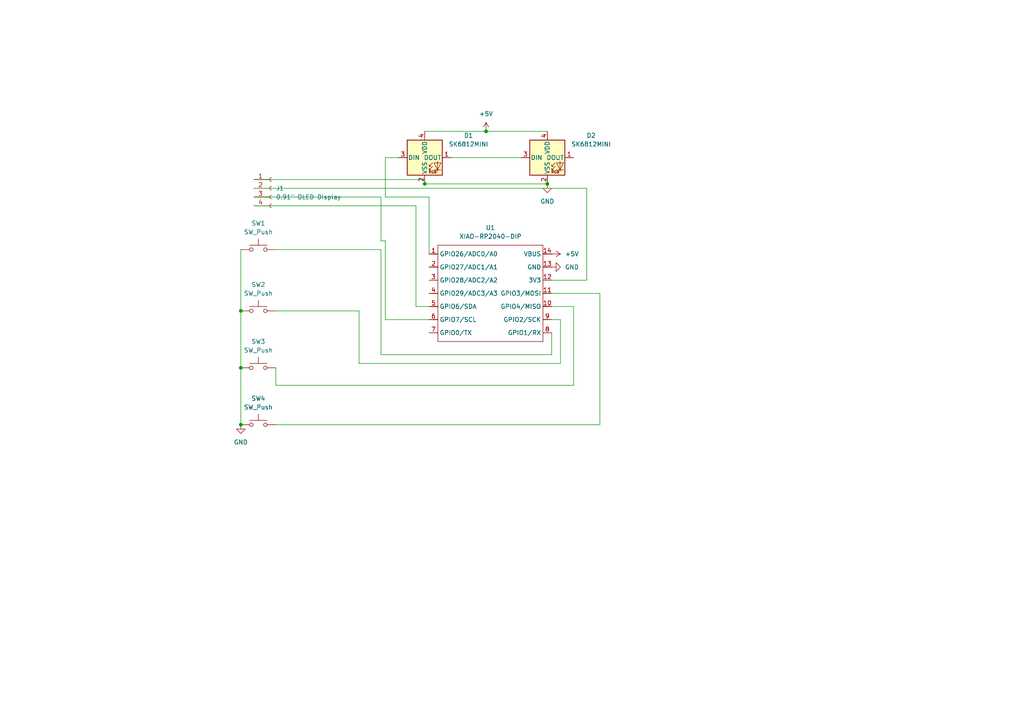
<source format=kicad_sch>
(kicad_sch
	(version 20250114)
	(generator "eeschema")
	(generator_version "9.0")
	(uuid "aa0fd727-bff7-4cf0-b645-6b28137e33c5")
	(paper "A4")
	(lib_symbols
		(symbol "Connector:Conn_01x04_Socket"
			(pin_names
				(offset 1.016)
				(hide yes)
			)
			(exclude_from_sim no)
			(in_bom yes)
			(on_board yes)
			(property "Reference" "J1"
				(at 1.27 0.0001 0)
				(effects
					(font
						(size 1.27 1.27)
					)
					(justify left)
				)
			)
			(property "Value" "0.91\" OLED Display"
				(at 1.27 -2.5399 0)
				(effects
					(font
						(size 1.27 1.27)
					)
					(justify left)
				)
			)
			(property "Footprint" ""
				(at 0 0 0)
				(effects
					(font
						(size 1.27 1.27)
					)
					(hide yes)
				)
			)
			(property "Datasheet" "~"
				(at 0 0 0)
				(effects
					(font
						(size 1.27 1.27)
					)
					(hide yes)
				)
			)
			(property "Description" "Generic connector, single row, 01x04, script generated"
				(at 0 0 0)
				(effects
					(font
						(size 1.27 1.27)
					)
					(hide yes)
				)
			)
			(property "ki_locked" ""
				(at 0 0 0)
				(effects
					(font
						(size 1.27 1.27)
					)
				)
			)
			(property "ki_keywords" "connector"
				(at 0 0 0)
				(effects
					(font
						(size 1.27 1.27)
					)
					(hide yes)
				)
			)
			(property "ki_fp_filters" "Connector*:*_1x??_*"
				(at 0 0 0)
				(effects
					(font
						(size 1.27 1.27)
					)
					(hide yes)
				)
			)
			(symbol "Conn_01x04_Socket_1_1"
				(polyline
					(pts
						(xy -1.27 2.54) (xy -0.508 2.54)
					)
					(stroke
						(width 0.1524)
						(type default)
					)
					(fill
						(type none)
					)
				)
				(polyline
					(pts
						(xy -1.27 0) (xy -0.508 0)
					)
					(stroke
						(width 0.1524)
						(type default)
					)
					(fill
						(type none)
					)
				)
				(polyline
					(pts
						(xy -1.27 -2.54) (xy -0.508 -2.54)
					)
					(stroke
						(width 0.1524)
						(type default)
					)
					(fill
						(type none)
					)
				)
				(polyline
					(pts
						(xy -1.27 -5.08) (xy -0.508 -5.08)
					)
					(stroke
						(width 0.1524)
						(type default)
					)
					(fill
						(type none)
					)
				)
				(arc
					(start 0 2.032)
					(mid -0.5058 2.54)
					(end 0 3.048)
					(stroke
						(width 0.1524)
						(type default)
					)
					(fill
						(type none)
					)
				)
				(arc
					(start 0 -0.508)
					(mid -0.5058 0)
					(end 0 0.508)
					(stroke
						(width 0.1524)
						(type default)
					)
					(fill
						(type none)
					)
				)
				(arc
					(start 0 -3.048)
					(mid -0.5058 -2.54)
					(end 0 -2.032)
					(stroke
						(width 0.1524)
						(type default)
					)
					(fill
						(type none)
					)
				)
				(arc
					(start 0 -5.588)
					(mid -0.5058 -5.08)
					(end 0 -4.572)
					(stroke
						(width 0.1524)
						(type default)
					)
					(fill
						(type none)
					)
				)
				(pin passive line
					(at -5.08 2.54 0)
					(length 3.81)
					(name "GND"
						(effects
							(font
								(size 1.27 1.27)
							)
						)
					)
					(number "1"
						(effects
							(font
								(size 1.27 1.27)
							)
						)
					)
				)
				(pin input line
					(at -5.08 0 0)
					(length 3.81)
					(name "VCC"
						(effects
							(font
								(size 1.27 1.27)
							)
						)
					)
					(number "2"
						(effects
							(font
								(size 1.27 1.27)
							)
						)
					)
				)
				(pin passive line
					(at -5.08 -2.54 0)
					(length 3.81)
					(name "SCL"
						(effects
							(font
								(size 1.27 1.27)
							)
						)
					)
					(number "3"
						(effects
							(font
								(size 1.27 1.27)
							)
						)
					)
				)
				(pin passive line
					(at -5.08 -5.08 0)
					(length 3.81)
					(name "SDA"
						(effects
							(font
								(size 1.27 1.27)
							)
						)
					)
					(number "4"
						(effects
							(font
								(size 1.27 1.27)
							)
						)
					)
				)
			)
			(embedded_fonts no)
		)
		(symbol "LED:SK6812MINI"
			(pin_names
				(offset 0.254)
			)
			(exclude_from_sim no)
			(in_bom yes)
			(on_board yes)
			(property "Reference" "D"
				(at 5.08 5.715 0)
				(effects
					(font
						(size 1.27 1.27)
					)
					(justify right bottom)
				)
			)
			(property "Value" "SK6812MINI"
				(at 1.27 -5.715 0)
				(effects
					(font
						(size 1.27 1.27)
					)
					(justify left top)
				)
			)
			(property "Footprint" "LED_SMD:LED_SK6812MINI_PLCC4_3.5x3.5mm_P1.75mm"
				(at 1.27 -7.62 0)
				(effects
					(font
						(size 1.27 1.27)
					)
					(justify left top)
					(hide yes)
				)
			)
			(property "Datasheet" "https://cdn-shop.adafruit.com/product-files/2686/SK6812MINI_REV.01-1-2.pdf"
				(at 2.54 -9.525 0)
				(effects
					(font
						(size 1.27 1.27)
					)
					(justify left top)
					(hide yes)
				)
			)
			(property "Description" "RGB LED with integrated controller"
				(at 0 0 0)
				(effects
					(font
						(size 1.27 1.27)
					)
					(hide yes)
				)
			)
			(property "ki_keywords" "RGB LED NeoPixel Mini addressable"
				(at 0 0 0)
				(effects
					(font
						(size 1.27 1.27)
					)
					(hide yes)
				)
			)
			(property "ki_fp_filters" "LED*SK6812MINI*PLCC*3.5x3.5mm*P1.75mm*"
				(at 0 0 0)
				(effects
					(font
						(size 1.27 1.27)
					)
					(hide yes)
				)
			)
			(symbol "SK6812MINI_0_0"
				(text "RGB"
					(at 2.286 -4.191 0)
					(effects
						(font
							(size 0.762 0.762)
						)
					)
				)
			)
			(symbol "SK6812MINI_0_1"
				(polyline
					(pts
						(xy 1.27 -2.54) (xy 1.778 -2.54)
					)
					(stroke
						(width 0)
						(type default)
					)
					(fill
						(type none)
					)
				)
				(polyline
					(pts
						(xy 1.27 -3.556) (xy 1.778 -3.556)
					)
					(stroke
						(width 0)
						(type default)
					)
					(fill
						(type none)
					)
				)
				(polyline
					(pts
						(xy 2.286 -1.524) (xy 1.27 -2.54) (xy 1.27 -2.032)
					)
					(stroke
						(width 0)
						(type default)
					)
					(fill
						(type none)
					)
				)
				(polyline
					(pts
						(xy 2.286 -2.54) (xy 1.27 -3.556) (xy 1.27 -3.048)
					)
					(stroke
						(width 0)
						(type default)
					)
					(fill
						(type none)
					)
				)
				(polyline
					(pts
						(xy 3.683 -1.016) (xy 3.683 -3.556) (xy 3.683 -4.064)
					)
					(stroke
						(width 0)
						(type default)
					)
					(fill
						(type none)
					)
				)
				(polyline
					(pts
						(xy 4.699 -1.524) (xy 2.667 -1.524) (xy 3.683 -3.556) (xy 4.699 -1.524)
					)
					(stroke
						(width 0)
						(type default)
					)
					(fill
						(type none)
					)
				)
				(polyline
					(pts
						(xy 4.699 -3.556) (xy 2.667 -3.556)
					)
					(stroke
						(width 0)
						(type default)
					)
					(fill
						(type none)
					)
				)
				(rectangle
					(start 5.08 5.08)
					(end -5.08 -5.08)
					(stroke
						(width 0.254)
						(type default)
					)
					(fill
						(type background)
					)
				)
			)
			(symbol "SK6812MINI_1_1"
				(pin input line
					(at -7.62 0 0)
					(length 2.54)
					(name "DIN"
						(effects
							(font
								(size 1.27 1.27)
							)
						)
					)
					(number "3"
						(effects
							(font
								(size 1.27 1.27)
							)
						)
					)
				)
				(pin power_in line
					(at 0 7.62 270)
					(length 2.54)
					(name "VDD"
						(effects
							(font
								(size 1.27 1.27)
							)
						)
					)
					(number "4"
						(effects
							(font
								(size 1.27 1.27)
							)
						)
					)
				)
				(pin power_in line
					(at 0 -7.62 90)
					(length 2.54)
					(name "VSS"
						(effects
							(font
								(size 1.27 1.27)
							)
						)
					)
					(number "2"
						(effects
							(font
								(size 1.27 1.27)
							)
						)
					)
				)
				(pin output line
					(at 7.62 0 180)
					(length 2.54)
					(name "DOUT"
						(effects
							(font
								(size 1.27 1.27)
							)
						)
					)
					(number "1"
						(effects
							(font
								(size 1.27 1.27)
							)
						)
					)
				)
			)
			(embedded_fonts no)
		)
		(symbol "Seeed_Studio_XIAO_Series:XIAO-RP2040-DIP"
			(exclude_from_sim no)
			(in_bom yes)
			(on_board yes)
			(property "Reference" "U"
				(at 0 0 0)
				(effects
					(font
						(size 1.27 1.27)
					)
				)
			)
			(property "Value" "XIAO-RP2040-DIP"
				(at 5.334 -1.778 0)
				(effects
					(font
						(size 1.27 1.27)
					)
				)
			)
			(property "Footprint" "Module:MOUDLE14P-XIAO-DIP-SMD"
				(at 14.478 -32.258 0)
				(effects
					(font
						(size 1.27 1.27)
					)
					(hide yes)
				)
			)
			(property "Datasheet" ""
				(at 0 0 0)
				(effects
					(font
						(size 1.27 1.27)
					)
					(hide yes)
				)
			)
			(property "Description" ""
				(at 0 0 0)
				(effects
					(font
						(size 1.27 1.27)
					)
					(hide yes)
				)
			)
			(symbol "XIAO-RP2040-DIP_1_0"
				(polyline
					(pts
						(xy -1.27 -2.54) (xy 29.21 -2.54)
					)
					(stroke
						(width 0.1524)
						(type solid)
					)
					(fill
						(type none)
					)
				)
				(polyline
					(pts
						(xy -1.27 -5.08) (xy -2.54 -5.08)
					)
					(stroke
						(width 0.1524)
						(type solid)
					)
					(fill
						(type none)
					)
				)
				(polyline
					(pts
						(xy -1.27 -5.08) (xy -1.27 -2.54)
					)
					(stroke
						(width 0.1524)
						(type solid)
					)
					(fill
						(type none)
					)
				)
				(polyline
					(pts
						(xy -1.27 -8.89) (xy -2.54 -8.89)
					)
					(stroke
						(width 0.1524)
						(type solid)
					)
					(fill
						(type none)
					)
				)
				(polyline
					(pts
						(xy -1.27 -8.89) (xy -1.27 -5.08)
					)
					(stroke
						(width 0.1524)
						(type solid)
					)
					(fill
						(type none)
					)
				)
				(polyline
					(pts
						(xy -1.27 -12.7) (xy -2.54 -12.7)
					)
					(stroke
						(width 0.1524)
						(type solid)
					)
					(fill
						(type none)
					)
				)
				(polyline
					(pts
						(xy -1.27 -12.7) (xy -1.27 -8.89)
					)
					(stroke
						(width 0.1524)
						(type solid)
					)
					(fill
						(type none)
					)
				)
				(polyline
					(pts
						(xy -1.27 -16.51) (xy -2.54 -16.51)
					)
					(stroke
						(width 0.1524)
						(type solid)
					)
					(fill
						(type none)
					)
				)
				(polyline
					(pts
						(xy -1.27 -16.51) (xy -1.27 -12.7)
					)
					(stroke
						(width 0.1524)
						(type solid)
					)
					(fill
						(type none)
					)
				)
				(polyline
					(pts
						(xy -1.27 -20.32) (xy -2.54 -20.32)
					)
					(stroke
						(width 0.1524)
						(type solid)
					)
					(fill
						(type none)
					)
				)
				(polyline
					(pts
						(xy -1.27 -24.13) (xy -2.54 -24.13)
					)
					(stroke
						(width 0.1524)
						(type solid)
					)
					(fill
						(type none)
					)
				)
				(polyline
					(pts
						(xy -1.27 -27.94) (xy -2.54 -27.94)
					)
					(stroke
						(width 0.1524)
						(type solid)
					)
					(fill
						(type none)
					)
				)
				(polyline
					(pts
						(xy -1.27 -30.48) (xy -1.27 -16.51)
					)
					(stroke
						(width 0.1524)
						(type solid)
					)
					(fill
						(type none)
					)
				)
				(polyline
					(pts
						(xy 29.21 -2.54) (xy 29.21 -5.08)
					)
					(stroke
						(width 0.1524)
						(type solid)
					)
					(fill
						(type none)
					)
				)
				(polyline
					(pts
						(xy 29.21 -5.08) (xy 29.21 -8.89)
					)
					(stroke
						(width 0.1524)
						(type solid)
					)
					(fill
						(type none)
					)
				)
				(polyline
					(pts
						(xy 29.21 -8.89) (xy 29.21 -12.7)
					)
					(stroke
						(width 0.1524)
						(type solid)
					)
					(fill
						(type none)
					)
				)
				(polyline
					(pts
						(xy 29.21 -12.7) (xy 29.21 -30.48)
					)
					(stroke
						(width 0.1524)
						(type solid)
					)
					(fill
						(type none)
					)
				)
				(polyline
					(pts
						(xy 29.21 -30.48) (xy -1.27 -30.48)
					)
					(stroke
						(width 0.1524)
						(type solid)
					)
					(fill
						(type none)
					)
				)
				(polyline
					(pts
						(xy 30.48 -5.08) (xy 29.21 -5.08)
					)
					(stroke
						(width 0.1524)
						(type solid)
					)
					(fill
						(type none)
					)
				)
				(polyline
					(pts
						(xy 30.48 -8.89) (xy 29.21 -8.89)
					)
					(stroke
						(width 0.1524)
						(type solid)
					)
					(fill
						(type none)
					)
				)
				(polyline
					(pts
						(xy 30.48 -12.7) (xy 29.21 -12.7)
					)
					(stroke
						(width 0.1524)
						(type solid)
					)
					(fill
						(type none)
					)
				)
				(polyline
					(pts
						(xy 30.48 -16.51) (xy 29.21 -16.51)
					)
					(stroke
						(width 0.1524)
						(type solid)
					)
					(fill
						(type none)
					)
				)
				(polyline
					(pts
						(xy 30.48 -20.32) (xy 29.21 -20.32)
					)
					(stroke
						(width 0.1524)
						(type solid)
					)
					(fill
						(type none)
					)
				)
				(polyline
					(pts
						(xy 30.48 -24.13) (xy 29.21 -24.13)
					)
					(stroke
						(width 0.1524)
						(type solid)
					)
					(fill
						(type none)
					)
				)
				(polyline
					(pts
						(xy 30.48 -27.94) (xy 29.21 -27.94)
					)
					(stroke
						(width 0.1524)
						(type solid)
					)
					(fill
						(type none)
					)
				)
				(pin passive line
					(at -3.81 -5.08 0)
					(length 2.54)
					(name "GPIO26/ADC0/A0"
						(effects
							(font
								(size 1.27 1.27)
							)
						)
					)
					(number "1"
						(effects
							(font
								(size 1.27 1.27)
							)
						)
					)
				)
				(pin passive line
					(at -3.81 -8.89 0)
					(length 2.54)
					(name "GPIO27/ADC1/A1"
						(effects
							(font
								(size 1.27 1.27)
							)
						)
					)
					(number "2"
						(effects
							(font
								(size 1.27 1.27)
							)
						)
					)
				)
				(pin passive line
					(at -3.81 -12.7 0)
					(length 2.54)
					(name "GPIO28/ADC2/A2"
						(effects
							(font
								(size 1.27 1.27)
							)
						)
					)
					(number "3"
						(effects
							(font
								(size 1.27 1.27)
							)
						)
					)
				)
				(pin passive line
					(at -3.81 -16.51 0)
					(length 2.54)
					(name "GPIO29/ADC3/A3"
						(effects
							(font
								(size 1.27 1.27)
							)
						)
					)
					(number "4"
						(effects
							(font
								(size 1.27 1.27)
							)
						)
					)
				)
				(pin passive line
					(at -3.81 -20.32 0)
					(length 2.54)
					(name "GPIO6/SDA"
						(effects
							(font
								(size 1.27 1.27)
							)
						)
					)
					(number "5"
						(effects
							(font
								(size 1.27 1.27)
							)
						)
					)
				)
				(pin passive line
					(at -3.81 -24.13 0)
					(length 2.54)
					(name "GPIO7/SCL"
						(effects
							(font
								(size 1.27 1.27)
							)
						)
					)
					(number "6"
						(effects
							(font
								(size 1.27 1.27)
							)
						)
					)
				)
				(pin passive line
					(at -3.81 -27.94 0)
					(length 2.54)
					(name "GPIO0/TX"
						(effects
							(font
								(size 1.27 1.27)
							)
						)
					)
					(number "7"
						(effects
							(font
								(size 1.27 1.27)
							)
						)
					)
				)
				(pin passive line
					(at 31.75 -5.08 180)
					(length 2.54)
					(name "VBUS"
						(effects
							(font
								(size 1.27 1.27)
							)
						)
					)
					(number "14"
						(effects
							(font
								(size 1.27 1.27)
							)
						)
					)
				)
				(pin passive line
					(at 31.75 -8.89 180)
					(length 2.54)
					(name "GND"
						(effects
							(font
								(size 1.27 1.27)
							)
						)
					)
					(number "13"
						(effects
							(font
								(size 1.27 1.27)
							)
						)
					)
				)
				(pin passive line
					(at 31.75 -12.7 180)
					(length 2.54)
					(name "3V3"
						(effects
							(font
								(size 1.27 1.27)
							)
						)
					)
					(number "12"
						(effects
							(font
								(size 1.27 1.27)
							)
						)
					)
				)
				(pin passive line
					(at 31.75 -16.51 180)
					(length 2.54)
					(name "GPIO3/MOSI"
						(effects
							(font
								(size 1.27 1.27)
							)
						)
					)
					(number "11"
						(effects
							(font
								(size 1.27 1.27)
							)
						)
					)
				)
				(pin passive line
					(at 31.75 -20.32 180)
					(length 2.54)
					(name "GPIO4/MISO"
						(effects
							(font
								(size 1.27 1.27)
							)
						)
					)
					(number "10"
						(effects
							(font
								(size 1.27 1.27)
							)
						)
					)
				)
				(pin passive line
					(at 31.75 -24.13 180)
					(length 2.54)
					(name "GPIO2/SCK"
						(effects
							(font
								(size 1.27 1.27)
							)
						)
					)
					(number "9"
						(effects
							(font
								(size 1.27 1.27)
							)
						)
					)
				)
				(pin passive line
					(at 31.75 -27.94 180)
					(length 2.54)
					(name "GPIO1/RX"
						(effects
							(font
								(size 1.27 1.27)
							)
						)
					)
					(number "8"
						(effects
							(font
								(size 1.27 1.27)
							)
						)
					)
				)
			)
			(embedded_fonts no)
		)
		(symbol "Switch:SW_Push"
			(pin_numbers
				(hide yes)
			)
			(pin_names
				(offset 1.016)
				(hide yes)
			)
			(exclude_from_sim no)
			(in_bom yes)
			(on_board yes)
			(property "Reference" "SW"
				(at 1.27 2.54 0)
				(effects
					(font
						(size 1.27 1.27)
					)
					(justify left)
				)
			)
			(property "Value" "SW_Push"
				(at 0 -1.524 0)
				(effects
					(font
						(size 1.27 1.27)
					)
				)
			)
			(property "Footprint" ""
				(at 0 5.08 0)
				(effects
					(font
						(size 1.27 1.27)
					)
					(hide yes)
				)
			)
			(property "Datasheet" "~"
				(at 0 5.08 0)
				(effects
					(font
						(size 1.27 1.27)
					)
					(hide yes)
				)
			)
			(property "Description" "Push button switch, generic, two pins"
				(at 0 0 0)
				(effects
					(font
						(size 1.27 1.27)
					)
					(hide yes)
				)
			)
			(property "ki_keywords" "switch normally-open pushbutton push-button"
				(at 0 0 0)
				(effects
					(font
						(size 1.27 1.27)
					)
					(hide yes)
				)
			)
			(symbol "SW_Push_0_1"
				(circle
					(center -2.032 0)
					(radius 0.508)
					(stroke
						(width 0)
						(type default)
					)
					(fill
						(type none)
					)
				)
				(polyline
					(pts
						(xy 0 1.27) (xy 0 3.048)
					)
					(stroke
						(width 0)
						(type default)
					)
					(fill
						(type none)
					)
				)
				(circle
					(center 2.032 0)
					(radius 0.508)
					(stroke
						(width 0)
						(type default)
					)
					(fill
						(type none)
					)
				)
				(polyline
					(pts
						(xy 2.54 1.27) (xy -2.54 1.27)
					)
					(stroke
						(width 0)
						(type default)
					)
					(fill
						(type none)
					)
				)
				(pin passive line
					(at -5.08 0 0)
					(length 2.54)
					(name "1"
						(effects
							(font
								(size 1.27 1.27)
							)
						)
					)
					(number "1"
						(effects
							(font
								(size 1.27 1.27)
							)
						)
					)
				)
				(pin passive line
					(at 5.08 0 180)
					(length 2.54)
					(name "2"
						(effects
							(font
								(size 1.27 1.27)
							)
						)
					)
					(number "2"
						(effects
							(font
								(size 1.27 1.27)
							)
						)
					)
				)
			)
			(embedded_fonts no)
		)
		(symbol "power:+5V"
			(power)
			(pin_numbers
				(hide yes)
			)
			(pin_names
				(offset 0)
				(hide yes)
			)
			(exclude_from_sim no)
			(in_bom yes)
			(on_board yes)
			(property "Reference" "#PWR"
				(at 0 -3.81 0)
				(effects
					(font
						(size 1.27 1.27)
					)
					(hide yes)
				)
			)
			(property "Value" "+5V"
				(at 0 3.556 0)
				(effects
					(font
						(size 1.27 1.27)
					)
				)
			)
			(property "Footprint" ""
				(at 0 0 0)
				(effects
					(font
						(size 1.27 1.27)
					)
					(hide yes)
				)
			)
			(property "Datasheet" ""
				(at 0 0 0)
				(effects
					(font
						(size 1.27 1.27)
					)
					(hide yes)
				)
			)
			(property "Description" "Power symbol creates a global label with name \"+5V\""
				(at 0 0 0)
				(effects
					(font
						(size 1.27 1.27)
					)
					(hide yes)
				)
			)
			(property "ki_keywords" "global power"
				(at 0 0 0)
				(effects
					(font
						(size 1.27 1.27)
					)
					(hide yes)
				)
			)
			(symbol "+5V_0_1"
				(polyline
					(pts
						(xy -0.762 1.27) (xy 0 2.54)
					)
					(stroke
						(width 0)
						(type default)
					)
					(fill
						(type none)
					)
				)
				(polyline
					(pts
						(xy 0 2.54) (xy 0.762 1.27)
					)
					(stroke
						(width 0)
						(type default)
					)
					(fill
						(type none)
					)
				)
				(polyline
					(pts
						(xy 0 0) (xy 0 2.54)
					)
					(stroke
						(width 0)
						(type default)
					)
					(fill
						(type none)
					)
				)
			)
			(symbol "+5V_1_1"
				(pin power_in line
					(at 0 0 90)
					(length 0)
					(name "~"
						(effects
							(font
								(size 1.27 1.27)
							)
						)
					)
					(number "1"
						(effects
							(font
								(size 1.27 1.27)
							)
						)
					)
				)
			)
			(embedded_fonts no)
		)
		(symbol "power:GND"
			(power)
			(pin_numbers
				(hide yes)
			)
			(pin_names
				(offset 0)
				(hide yes)
			)
			(exclude_from_sim no)
			(in_bom yes)
			(on_board yes)
			(property "Reference" "#PWR"
				(at 0 -6.35 0)
				(effects
					(font
						(size 1.27 1.27)
					)
					(hide yes)
				)
			)
			(property "Value" "GND"
				(at 0 -3.81 0)
				(effects
					(font
						(size 1.27 1.27)
					)
				)
			)
			(property "Footprint" ""
				(at 0 0 0)
				(effects
					(font
						(size 1.27 1.27)
					)
					(hide yes)
				)
			)
			(property "Datasheet" ""
				(at 0 0 0)
				(effects
					(font
						(size 1.27 1.27)
					)
					(hide yes)
				)
			)
			(property "Description" "Power symbol creates a global label with name \"GND\" , ground"
				(at 0 0 0)
				(effects
					(font
						(size 1.27 1.27)
					)
					(hide yes)
				)
			)
			(property "ki_keywords" "global power"
				(at 0 0 0)
				(effects
					(font
						(size 1.27 1.27)
					)
					(hide yes)
				)
			)
			(symbol "GND_0_1"
				(polyline
					(pts
						(xy 0 0) (xy 0 -1.27) (xy 1.27 -1.27) (xy 0 -2.54) (xy -1.27 -1.27) (xy 0 -1.27)
					)
					(stroke
						(width 0)
						(type default)
					)
					(fill
						(type none)
					)
				)
			)
			(symbol "GND_1_1"
				(pin power_in line
					(at 0 0 270)
					(length 0)
					(name "~"
						(effects
							(font
								(size 1.27 1.27)
							)
						)
					)
					(number "1"
						(effects
							(font
								(size 1.27 1.27)
							)
						)
					)
				)
			)
			(embedded_fonts no)
		)
	)
	(junction
		(at 69.85 123.19)
		(diameter 0)
		(color 0 0 0 0)
		(uuid "03160b0e-07a2-4978-b5ef-96b8d26a1fe7")
	)
	(junction
		(at 140.97 38.1)
		(diameter 0)
		(color 0 0 0 0)
		(uuid "13ec85af-6cc9-4a64-9414-f7bfe664e159")
	)
	(junction
		(at 123.19 53.34)
		(diameter 0)
		(color 0 0 0 0)
		(uuid "2ead36dc-c9dc-4e80-99ad-f81f9b3bda31")
	)
	(junction
		(at 158.75 53.34)
		(diameter 0)
		(color 0 0 0 0)
		(uuid "4bae0c72-d9e1-486f-a77b-61119364eee0")
	)
	(junction
		(at 69.85 90.17)
		(diameter 0)
		(color 0 0 0 0)
		(uuid "5e1a49ac-042f-4190-a825-18bcc7108090")
	)
	(junction
		(at 69.85 106.68)
		(diameter 0)
		(color 0 0 0 0)
		(uuid "a20e29c4-dff2-4995-8655-2c6c0faba79c")
	)
	(wire
		(pts
			(xy 170.18 54.61) (xy 170.18 81.28)
		)
		(stroke
			(width 0)
			(type default)
		)
		(uuid "008396c0-3c0c-48de-8b9a-27a1dcfac1f2")
	)
	(wire
		(pts
			(xy 73.66 52.07) (xy 123.19 52.07)
		)
		(stroke
			(width 0)
			(type default)
		)
		(uuid "02034d1d-8ca2-4ddd-87fb-123edb8cfbc3")
	)
	(wire
		(pts
			(xy 111.76 92.71) (xy 124.46 92.71)
		)
		(stroke
			(width 0)
			(type default)
		)
		(uuid "08e2527b-0e1b-491d-b882-8d83191f39b8")
	)
	(wire
		(pts
			(xy 110.49 72.39) (xy 110.49 102.87)
		)
		(stroke
			(width 0)
			(type default)
		)
		(uuid "12350a97-5c35-45c7-b9f3-49cd934ffddb")
	)
	(wire
		(pts
			(xy 104.14 105.41) (xy 104.14 90.17)
		)
		(stroke
			(width 0)
			(type default)
		)
		(uuid "241198d3-a072-4629-8ea1-ba9fc0765838")
	)
	(wire
		(pts
			(xy 160.02 88.9) (xy 166.37 88.9)
		)
		(stroke
			(width 0)
			(type default)
		)
		(uuid "2a2d974f-8619-4b82-b6ea-43d1058a5761")
	)
	(wire
		(pts
			(xy 162.56 105.41) (xy 104.14 105.41)
		)
		(stroke
			(width 0)
			(type default)
		)
		(uuid "3f1a26fa-c9f7-46fd-80ce-82f81ad45129")
	)
	(wire
		(pts
			(xy 160.02 85.09) (xy 173.99 85.09)
		)
		(stroke
			(width 0)
			(type default)
		)
		(uuid "4a3138a1-f7cc-4225-a2a1-e9375e6184f5")
	)
	(wire
		(pts
			(xy 111.76 45.72) (xy 111.76 57.15)
		)
		(stroke
			(width 0)
			(type default)
		)
		(uuid "583c482c-14a2-4952-a370-9883823adc40")
	)
	(wire
		(pts
			(xy 110.49 102.87) (xy 160.02 102.87)
		)
		(stroke
			(width 0)
			(type default)
		)
		(uuid "5ea9f225-795b-41c4-8dd5-107ee674b815")
	)
	(wire
		(pts
			(xy 69.85 90.17) (xy 69.85 106.68)
		)
		(stroke
			(width 0)
			(type default)
		)
		(uuid "65af9e57-66e5-4e71-9cc9-c2884783d5c0")
	)
	(wire
		(pts
			(xy 166.37 88.9) (xy 166.37 111.76)
		)
		(stroke
			(width 0)
			(type default)
		)
		(uuid "67ca241e-4dac-46c9-925e-81cbf420d925")
	)
	(wire
		(pts
			(xy 123.19 52.07) (xy 123.19 53.34)
		)
		(stroke
			(width 0)
			(type default)
		)
		(uuid "73d3e5e3-11e3-4977-9230-2a35dbad0edd")
	)
	(wire
		(pts
			(xy 73.66 54.61) (xy 170.18 54.61)
		)
		(stroke
			(width 0)
			(type default)
		)
		(uuid "7e377433-fe10-438a-8bcd-1e64985ea6e0")
	)
	(wire
		(pts
			(xy 80.01 111.76) (xy 80.01 106.68)
		)
		(stroke
			(width 0)
			(type default)
		)
		(uuid "7edf6b6f-b41d-4ce7-8073-89d84d3d1d64")
	)
	(wire
		(pts
			(xy 160.02 92.71) (xy 162.56 92.71)
		)
		(stroke
			(width 0)
			(type default)
		)
		(uuid "7f26eb67-ae91-4659-ab95-1ba3d9e06a11")
	)
	(wire
		(pts
			(xy 111.76 69.85) (xy 111.76 92.71)
		)
		(stroke
			(width 0)
			(type default)
		)
		(uuid "8435eb90-ce9f-48d8-8703-e18feda37b13")
	)
	(wire
		(pts
			(xy 130.81 45.72) (xy 151.13 45.72)
		)
		(stroke
			(width 0)
			(type default)
		)
		(uuid "8afd08f4-ae8c-454e-8d73-76ebf6f7078e")
	)
	(wire
		(pts
			(xy 120.65 59.69) (xy 120.65 88.9)
		)
		(stroke
			(width 0)
			(type default)
		)
		(uuid "8b76656b-51d7-4daf-82c8-c1cc5aee23b3")
	)
	(wire
		(pts
			(xy 166.37 111.76) (xy 80.01 111.76)
		)
		(stroke
			(width 0)
			(type default)
		)
		(uuid "8cd64d9a-552c-4e7d-a6ed-0fad84d574b1")
	)
	(wire
		(pts
			(xy 69.85 72.39) (xy 69.85 90.17)
		)
		(stroke
			(width 0)
			(type default)
		)
		(uuid "95bd34b3-ca42-4bc7-beba-fcac5e3050f2")
	)
	(wire
		(pts
			(xy 110.49 69.85) (xy 111.76 69.85)
		)
		(stroke
			(width 0)
			(type default)
		)
		(uuid "9d3ae80b-76cd-44eb-8e12-592097f2085b")
	)
	(wire
		(pts
			(xy 123.19 53.34) (xy 158.75 53.34)
		)
		(stroke
			(width 0)
			(type default)
		)
		(uuid "a0f06d71-ee5f-4551-844e-ff7e70a87d13")
	)
	(wire
		(pts
			(xy 69.85 106.68) (xy 69.85 123.19)
		)
		(stroke
			(width 0)
			(type default)
		)
		(uuid "a78c62a9-f25f-4e66-9d40-968d408a2ed5")
	)
	(wire
		(pts
			(xy 173.99 123.19) (xy 80.01 123.19)
		)
		(stroke
			(width 0)
			(type default)
		)
		(uuid "a99c0e5d-f4b0-4ef3-acde-d5ea8c4c0632")
	)
	(wire
		(pts
			(xy 173.99 85.09) (xy 173.99 123.19)
		)
		(stroke
			(width 0)
			(type default)
		)
		(uuid "b0f401a8-fe15-4ef9-8e19-d18cae89008d")
	)
	(wire
		(pts
			(xy 162.56 92.71) (xy 162.56 105.41)
		)
		(stroke
			(width 0)
			(type default)
		)
		(uuid "b152580b-4938-40e5-b778-6d4a08827a4c")
	)
	(wire
		(pts
			(xy 140.97 38.1) (xy 158.75 38.1)
		)
		(stroke
			(width 0)
			(type default)
		)
		(uuid "b7905d66-9a4c-4f1d-a1c2-c65ff7ba7106")
	)
	(wire
		(pts
			(xy 73.66 59.69) (xy 120.65 59.69)
		)
		(stroke
			(width 0)
			(type default)
		)
		(uuid "c235746f-ff59-4056-aabc-375c4a24778e")
	)
	(wire
		(pts
			(xy 123.19 38.1) (xy 140.97 38.1)
		)
		(stroke
			(width 0)
			(type default)
		)
		(uuid "cf9fa82d-b8ab-435a-a261-e087092b2338")
	)
	(wire
		(pts
			(xy 111.76 57.15) (xy 124.46 57.15)
		)
		(stroke
			(width 0)
			(type default)
		)
		(uuid "d08540fc-ebe5-4493-8cde-d7bd60391ced")
	)
	(wire
		(pts
			(xy 124.46 57.15) (xy 124.46 73.66)
		)
		(stroke
			(width 0)
			(type default)
		)
		(uuid "d3a66c0f-83d0-4a59-991f-5b931c2d261e")
	)
	(wire
		(pts
			(xy 111.76 45.72) (xy 115.57 45.72)
		)
		(stroke
			(width 0)
			(type default)
		)
		(uuid "e2df7806-fbcc-4e07-b585-82d998db5686")
	)
	(wire
		(pts
			(xy 170.18 81.28) (xy 160.02 81.28)
		)
		(stroke
			(width 0)
			(type default)
		)
		(uuid "ebae1c9e-5a81-4857-be93-8879d222f245")
	)
	(wire
		(pts
			(xy 110.49 57.15) (xy 110.49 69.85)
		)
		(stroke
			(width 0)
			(type default)
		)
		(uuid "ec75bcf6-dcff-456e-a65e-b543542c4fda")
	)
	(wire
		(pts
			(xy 73.66 57.15) (xy 110.49 57.15)
		)
		(stroke
			(width 0)
			(type default)
		)
		(uuid "ed512177-301a-466d-8e23-17ae8c63b663")
	)
	(wire
		(pts
			(xy 160.02 102.87) (xy 160.02 96.52)
		)
		(stroke
			(width 0)
			(type default)
		)
		(uuid "f0024b51-bccb-44a3-b32c-28fd6362be1c")
	)
	(wire
		(pts
			(xy 104.14 90.17) (xy 80.01 90.17)
		)
		(stroke
			(width 0)
			(type default)
		)
		(uuid "f049fb56-141c-420c-84ed-29fa0065e31b")
	)
	(wire
		(pts
			(xy 80.01 72.39) (xy 110.49 72.39)
		)
		(stroke
			(width 0)
			(type default)
		)
		(uuid "f61b7b02-4a85-4224-817e-dd888b1fbba6")
	)
	(wire
		(pts
			(xy 120.65 88.9) (xy 124.46 88.9)
		)
		(stroke
			(width 0)
			(type default)
		)
		(uuid "faa0b677-9066-4f85-9134-28477e7e41c5")
	)
	(symbol
		(lib_id "Switch:SW_Push")
		(at 74.93 72.39 0)
		(unit 1)
		(exclude_from_sim no)
		(in_bom yes)
		(on_board yes)
		(dnp no)
		(fields_autoplaced yes)
		(uuid "1aecf6fc-cb1c-4095-981b-9f06c73546a5")
		(property "Reference" "SW1"
			(at 74.93 64.77 0)
			(effects
				(font
					(size 1.27 1.27)
				)
			)
		)
		(property "Value" "SW_Push"
			(at 74.93 67.31 0)
			(effects
				(font
					(size 1.27 1.27)
				)
			)
		)
		(property "Footprint" "Button_Switch_Keyboard:SW_Cherry_MX_1.00u_PCB"
			(at 74.93 67.31 0)
			(effects
				(font
					(size 1.27 1.27)
				)
				(hide yes)
			)
		)
		(property "Datasheet" "~"
			(at 74.93 67.31 0)
			(effects
				(font
					(size 1.27 1.27)
				)
				(hide yes)
			)
		)
		(property "Description" "Push button switch, generic, two pins"
			(at 74.93 72.39 0)
			(effects
				(font
					(size 1.27 1.27)
				)
				(hide yes)
			)
		)
		(pin "1"
			(uuid "c23adaf7-41a9-40a8-8f3b-90064fabd97f")
		)
		(pin "2"
			(uuid "fbdc155d-284c-4313-9b28-1ea2523415e4")
		)
		(instances
			(project ""
				(path "/aa0fd727-bff7-4cf0-b645-6b28137e33c5"
					(reference "SW1")
					(unit 1)
				)
			)
		)
	)
	(symbol
		(lib_id "Seeed_Studio_XIAO_Series:XIAO-RP2040-DIP")
		(at 128.27 68.58 0)
		(unit 1)
		(exclude_from_sim no)
		(in_bom yes)
		(on_board yes)
		(dnp no)
		(fields_autoplaced yes)
		(uuid "2146ee1a-5483-4a14-bbf8-df5b7788fb82")
		(property "Reference" "U1"
			(at 142.24 66.04 0)
			(effects
				(font
					(size 1.27 1.27)
				)
			)
		)
		(property "Value" "XIAO-RP2040-DIP"
			(at 142.24 68.58 0)
			(effects
				(font
					(size 1.27 1.27)
				)
			)
		)
		(property "Footprint" "Seeed Studio XIAO Series Library:XIAO-RP2040-DIP"
			(at 142.748 100.838 0)
			(effects
				(font
					(size 1.27 1.27)
				)
				(hide yes)
			)
		)
		(property "Datasheet" ""
			(at 128.27 68.58 0)
			(effects
				(font
					(size 1.27 1.27)
				)
				(hide yes)
			)
		)
		(property "Description" ""
			(at 128.27 68.58 0)
			(effects
				(font
					(size 1.27 1.27)
				)
				(hide yes)
			)
		)
		(pin "12"
			(uuid "5d76e68a-fe77-4224-b02d-63ad11565f4a")
		)
		(pin "8"
			(uuid "f2d685f4-0105-402f-a043-a7cdfe5539ec")
		)
		(pin "10"
			(uuid "c2d84b8a-620b-4859-82f5-b7fe69c1c0a2")
		)
		(pin "5"
			(uuid "1d5eb56e-7d9a-4a7d-8295-79aac55c6ffb")
		)
		(pin "14"
			(uuid "7d4b2959-9f8a-409e-807c-0fdde3d03436")
		)
		(pin "13"
			(uuid "90b6a7e1-2818-498b-bae7-fc2661ac6a72")
		)
		(pin "11"
			(uuid "73d79499-13d3-4d9b-b561-64276a8e18a1")
		)
		(pin "6"
			(uuid "a86c96cd-94cd-4984-a13a-555c80438466")
		)
		(pin "2"
			(uuid "a4036eb9-40b4-4185-bd8f-9a2e9707af4d")
		)
		(pin "4"
			(uuid "c3e40b5b-b792-4171-8eac-416ada1d9b1d")
		)
		(pin "7"
			(uuid "f38171a4-36ef-4797-bc53-5c4f57d78483")
		)
		(pin "1"
			(uuid "7f43e0d9-d84f-4eb5-a5af-5bce1d7aaafa")
		)
		(pin "3"
			(uuid "f13caf9c-7df1-4b7c-94e5-98b2e1ee554b")
		)
		(pin "9"
			(uuid "51df244f-40c7-47aa-9945-be223c25b20e")
		)
		(instances
			(project ""
				(path "/aa0fd727-bff7-4cf0-b645-6b28137e33c5"
					(reference "U1")
					(unit 1)
				)
			)
		)
	)
	(symbol
		(lib_id "Switch:SW_Push")
		(at 74.93 106.68 0)
		(unit 1)
		(exclude_from_sim no)
		(in_bom yes)
		(on_board yes)
		(dnp no)
		(fields_autoplaced yes)
		(uuid "4453eba3-1627-45ae-a509-cc2e3b694a5d")
		(property "Reference" "SW3"
			(at 74.93 99.06 0)
			(effects
				(font
					(size 1.27 1.27)
				)
			)
		)
		(property "Value" "SW_Push"
			(at 74.93 101.6 0)
			(effects
				(font
					(size 1.27 1.27)
				)
			)
		)
		(property "Footprint" "Button_Switch_Keyboard:SW_Cherry_MX_1.00u_PCB"
			(at 74.93 101.6 0)
			(effects
				(font
					(size 1.27 1.27)
				)
				(hide yes)
			)
		)
		(property "Datasheet" "~"
			(at 74.93 101.6 0)
			(effects
				(font
					(size 1.27 1.27)
				)
				(hide yes)
			)
		)
		(property "Description" "Push button switch, generic, two pins"
			(at 74.93 106.68 0)
			(effects
				(font
					(size 1.27 1.27)
				)
				(hide yes)
			)
		)
		(pin "1"
			(uuid "30e1daa8-2b3a-4a5e-92fe-bee8f3612c5a")
		)
		(pin "2"
			(uuid "b5d729b8-b830-4b5b-8427-d5dc8555caf7")
		)
		(instances
			(project "hackpad"
				(path "/aa0fd727-bff7-4cf0-b645-6b28137e33c5"
					(reference "SW3")
					(unit 1)
				)
			)
		)
	)
	(symbol
		(lib_id "Connector:Conn_01x04_Socket")
		(at 78.74 54.61 0)
		(unit 1)
		(exclude_from_sim no)
		(in_bom yes)
		(on_board yes)
		(dnp no)
		(fields_autoplaced yes)
		(uuid "58085bef-d1a5-4954-865a-6f846f937e73")
		(property "Reference" "J1"
			(at 80.01 54.6099 0)
			(effects
				(font
					(size 1.27 1.27)
				)
				(justify left)
			)
		)
		(property "Value" "0.91\" OLED Display"
			(at 80.01 57.1499 0)
			(effects
				(font
					(size 1.27 1.27)
				)
				(justify left)
			)
		)
		(property "Footprint" "KiCad-SSD1306-0.91-OLED-4pin-128x32.pretty-master:SSD1306-0.91-OLED-4pin-128x32"
			(at 78.74 54.61 0)
			(effects
				(font
					(size 1.27 1.27)
				)
				(hide yes)
			)
		)
		(property "Datasheet" "~"
			(at 78.74 54.61 0)
			(effects
				(font
					(size 1.27 1.27)
				)
				(hide yes)
			)
		)
		(property "Description" "Generic connector, single row, 01x04, script generated"
			(at 78.74 54.61 0)
			(effects
				(font
					(size 1.27 1.27)
				)
				(hide yes)
			)
		)
		(pin "1"
			(uuid "f25c156c-d406-4411-9521-eda70745fe78")
		)
		(pin "2"
			(uuid "44029c08-cc7a-4dac-8799-b5fa05f2934e")
		)
		(pin "3"
			(uuid "dc985e41-51e7-4e06-ab9d-89a0601ad4ff")
		)
		(pin "4"
			(uuid "32e732bb-5792-4c94-a17f-4d13edd34c0d")
		)
		(instances
			(project ""
				(path "/aa0fd727-bff7-4cf0-b645-6b28137e33c5"
					(reference "J1")
					(unit 1)
				)
			)
		)
	)
	(symbol
		(lib_id "Switch:SW_Push")
		(at 74.93 90.17 0)
		(unit 1)
		(exclude_from_sim no)
		(in_bom yes)
		(on_board yes)
		(dnp no)
		(uuid "78b29462-f428-4de9-bc3d-f2a20a0abb36")
		(property "Reference" "SW2"
			(at 74.93 82.55 0)
			(effects
				(font
					(size 1.27 1.27)
				)
			)
		)
		(property "Value" "SW_Push"
			(at 74.93 85.09 0)
			(effects
				(font
					(size 1.27 1.27)
				)
			)
		)
		(property "Footprint" "Button_Switch_Keyboard:SW_Cherry_MX_1.00u_PCB"
			(at 74.93 85.09 0)
			(effects
				(font
					(size 1.27 1.27)
				)
				(hide yes)
			)
		)
		(property "Datasheet" "~"
			(at 74.93 85.09 0)
			(effects
				(font
					(size 1.27 1.27)
				)
				(hide yes)
			)
		)
		(property "Description" "Push button switch, generic, two pins"
			(at 74.93 90.17 0)
			(effects
				(font
					(size 1.27 1.27)
				)
				(hide yes)
			)
		)
		(pin "1"
			(uuid "dedaa9a5-808f-4060-a456-736618856d68")
		)
		(pin "2"
			(uuid "556a646b-73d8-4191-85c4-07c01908e29d")
		)
		(instances
			(project "hackpad"
				(path "/aa0fd727-bff7-4cf0-b645-6b28137e33c5"
					(reference "SW2")
					(unit 1)
				)
			)
		)
	)
	(symbol
		(lib_id "power:GND")
		(at 69.85 123.19 0)
		(unit 1)
		(exclude_from_sim no)
		(in_bom yes)
		(on_board yes)
		(dnp no)
		(fields_autoplaced yes)
		(uuid "98701e07-57cd-4a20-880c-e979182eb6b3")
		(property "Reference" "#PWR02"
			(at 69.85 129.54 0)
			(effects
				(font
					(size 1.27 1.27)
				)
				(hide yes)
			)
		)
		(property "Value" "GND"
			(at 69.85 128.27 0)
			(effects
				(font
					(size 1.27 1.27)
				)
			)
		)
		(property "Footprint" ""
			(at 69.85 123.19 0)
			(effects
				(font
					(size 1.27 1.27)
				)
				(hide yes)
			)
		)
		(property "Datasheet" ""
			(at 69.85 123.19 0)
			(effects
				(font
					(size 1.27 1.27)
				)
				(hide yes)
			)
		)
		(property "Description" "Power symbol creates a global label with name \"GND\" , ground"
			(at 69.85 123.19 0)
			(effects
				(font
					(size 1.27 1.27)
				)
				(hide yes)
			)
		)
		(pin "1"
			(uuid "f794203f-52b0-440e-bce6-7dc050e04cb4")
		)
		(instances
			(project ""
				(path "/aa0fd727-bff7-4cf0-b645-6b28137e33c5"
					(reference "#PWR02")
					(unit 1)
				)
			)
		)
	)
	(symbol
		(lib_id "power:GND")
		(at 160.02 77.47 90)
		(unit 1)
		(exclude_from_sim no)
		(in_bom yes)
		(on_board yes)
		(dnp no)
		(fields_autoplaced yes)
		(uuid "a41233b2-536f-47d5-9b7e-df0c343c8a6c")
		(property "Reference" "#PWR05"
			(at 166.37 77.47 0)
			(effects
				(font
					(size 1.27 1.27)
				)
				(hide yes)
			)
		)
		(property "Value" "GND"
			(at 163.83 77.4699 90)
			(effects
				(font
					(size 1.27 1.27)
				)
				(justify right)
			)
		)
		(property "Footprint" ""
			(at 160.02 77.47 0)
			(effects
				(font
					(size 1.27 1.27)
				)
				(hide yes)
			)
		)
		(property "Datasheet" ""
			(at 160.02 77.47 0)
			(effects
				(font
					(size 1.27 1.27)
				)
				(hide yes)
			)
		)
		(property "Description" "Power symbol creates a global label with name \"GND\" , ground"
			(at 160.02 77.47 0)
			(effects
				(font
					(size 1.27 1.27)
				)
				(hide yes)
			)
		)
		(pin "1"
			(uuid "788f9420-411e-41cc-8b63-4137758ed4c5")
		)
		(instances
			(project ""
				(path "/aa0fd727-bff7-4cf0-b645-6b28137e33c5"
					(reference "#PWR05")
					(unit 1)
				)
			)
		)
	)
	(symbol
		(lib_id "power:+5V")
		(at 160.02 73.66 270)
		(unit 1)
		(exclude_from_sim no)
		(in_bom yes)
		(on_board yes)
		(dnp no)
		(fields_autoplaced yes)
		(uuid "ac6391b5-bd65-4fa2-84ca-f0cd29331184")
		(property "Reference" "#PWR04"
			(at 156.21 73.66 0)
			(effects
				(font
					(size 1.27 1.27)
				)
				(hide yes)
			)
		)
		(property "Value" "+5V"
			(at 163.83 73.6599 90)
			(effects
				(font
					(size 1.27 1.27)
				)
				(justify left)
			)
		)
		(property "Footprint" ""
			(at 160.02 73.66 0)
			(effects
				(font
					(size 1.27 1.27)
				)
				(hide yes)
			)
		)
		(property "Datasheet" ""
			(at 160.02 73.66 0)
			(effects
				(font
					(size 1.27 1.27)
				)
				(hide yes)
			)
		)
		(property "Description" "Power symbol creates a global label with name \"+5V\""
			(at 160.02 73.66 0)
			(effects
				(font
					(size 1.27 1.27)
				)
				(hide yes)
			)
		)
		(pin "1"
			(uuid "a4ff013f-3337-445f-a184-31a1d5e4fbb2")
		)
		(instances
			(project ""
				(path "/aa0fd727-bff7-4cf0-b645-6b28137e33c5"
					(reference "#PWR04")
					(unit 1)
				)
			)
		)
	)
	(symbol
		(lib_id "power:+5V")
		(at 140.97 38.1 0)
		(unit 1)
		(exclude_from_sim no)
		(in_bom yes)
		(on_board yes)
		(dnp no)
		(fields_autoplaced yes)
		(uuid "b2a80391-5163-4e54-a8a9-243275e419bf")
		(property "Reference" "#PWR01"
			(at 140.97 41.91 0)
			(effects
				(font
					(size 1.27 1.27)
				)
				(hide yes)
			)
		)
		(property "Value" "+5V"
			(at 140.97 33.02 0)
			(effects
				(font
					(size 1.27 1.27)
				)
			)
		)
		(property "Footprint" ""
			(at 140.97 38.1 0)
			(effects
				(font
					(size 1.27 1.27)
				)
				(hide yes)
			)
		)
		(property "Datasheet" ""
			(at 140.97 38.1 0)
			(effects
				(font
					(size 1.27 1.27)
				)
				(hide yes)
			)
		)
		(property "Description" "Power symbol creates a global label with name \"+5V\""
			(at 140.97 38.1 0)
			(effects
				(font
					(size 1.27 1.27)
				)
				(hide yes)
			)
		)
		(pin "1"
			(uuid "3b85cc76-3699-4413-91a0-66bbdbd23ca2")
		)
		(instances
			(project ""
				(path "/aa0fd727-bff7-4cf0-b645-6b28137e33c5"
					(reference "#PWR01")
					(unit 1)
				)
			)
		)
	)
	(symbol
		(lib_id "LED:SK6812MINI")
		(at 123.19 45.72 0)
		(unit 1)
		(exclude_from_sim no)
		(in_bom yes)
		(on_board yes)
		(dnp no)
		(fields_autoplaced yes)
		(uuid "c93058e2-3372-4ed9-956f-300ba5af5237")
		(property "Reference" "D1"
			(at 135.89 39.2998 0)
			(effects
				(font
					(size 1.27 1.27)
				)
			)
		)
		(property "Value" "SK6812MINI"
			(at 135.89 41.8398 0)
			(effects
				(font
					(size 1.27 1.27)
				)
			)
		)
		(property "Footprint" "LED_SMD:LED_SK6812MINI_PLCC4_3.5x3.5mm_P1.75mm"
			(at 124.46 53.34 0)
			(effects
				(font
					(size 1.27 1.27)
				)
				(justify left top)
				(hide yes)
			)
		)
		(property "Datasheet" "https://cdn-shop.adafruit.com/product-files/2686/SK6812MINI_REV.01-1-2.pdf"
			(at 125.73 55.245 0)
			(effects
				(font
					(size 1.27 1.27)
				)
				(justify left top)
				(hide yes)
			)
		)
		(property "Description" "RGB LED with integrated controller"
			(at 123.19 45.72 0)
			(effects
				(font
					(size 1.27 1.27)
				)
				(hide yes)
			)
		)
		(pin "3"
			(uuid "c1abca27-fc21-4a7f-b25f-1ef5fbf6785a")
		)
		(pin "4"
			(uuid "5e4c7854-3983-49c3-ae5d-5da98a7de272")
		)
		(pin "1"
			(uuid "9d448c2e-471e-4dd9-9e86-0ec25c5aa4c3")
		)
		(pin "2"
			(uuid "13b94913-4a92-4846-97ba-5cf3783cfe14")
		)
		(instances
			(project ""
				(path "/aa0fd727-bff7-4cf0-b645-6b28137e33c5"
					(reference "D1")
					(unit 1)
				)
			)
		)
	)
	(symbol
		(lib_id "LED:SK6812MINI")
		(at 158.75 45.72 0)
		(unit 1)
		(exclude_from_sim no)
		(in_bom yes)
		(on_board yes)
		(dnp no)
		(fields_autoplaced yes)
		(uuid "da2be414-6fdc-42f1-bd34-fa66870b5b41")
		(property "Reference" "D2"
			(at 171.45 39.2998 0)
			(effects
				(font
					(size 1.27 1.27)
				)
			)
		)
		(property "Value" "SK6812MINI"
			(at 171.45 41.8398 0)
			(effects
				(font
					(size 1.27 1.27)
				)
			)
		)
		(property "Footprint" "LED_SMD:LED_SK6812MINI_PLCC4_3.5x3.5mm_P1.75mm"
			(at 160.02 53.34 0)
			(effects
				(font
					(size 1.27 1.27)
				)
				(justify left top)
				(hide yes)
			)
		)
		(property "Datasheet" "https://cdn-shop.adafruit.com/product-files/2686/SK6812MINI_REV.01-1-2.pdf"
			(at 161.29 55.245 0)
			(effects
				(font
					(size 1.27 1.27)
				)
				(justify left top)
				(hide yes)
			)
		)
		(property "Description" "RGB LED with integrated controller"
			(at 158.75 45.72 0)
			(effects
				(font
					(size 1.27 1.27)
				)
				(hide yes)
			)
		)
		(pin "3"
			(uuid "4fe8bc54-b5b8-4dd2-9d22-6abc19634da1")
		)
		(pin "4"
			(uuid "c34cce07-0f95-4019-a91b-55fd989a8c15")
		)
		(pin "1"
			(uuid "f9e3d83f-63ce-4356-95fe-b043e1858ce6")
		)
		(pin "2"
			(uuid "05b6f64e-56f7-4314-bfd7-6c6774925778")
		)
		(instances
			(project "hackpad"
				(path "/aa0fd727-bff7-4cf0-b645-6b28137e33c5"
					(reference "D2")
					(unit 1)
				)
			)
		)
	)
	(symbol
		(lib_id "Switch:SW_Push")
		(at 74.93 123.19 0)
		(unit 1)
		(exclude_from_sim no)
		(in_bom yes)
		(on_board yes)
		(dnp no)
		(fields_autoplaced yes)
		(uuid "de3d4cc8-3a50-47d0-b8a5-e5f5a0d0c67c")
		(property "Reference" "SW4"
			(at 74.93 115.57 0)
			(effects
				(font
					(size 1.27 1.27)
				)
			)
		)
		(property "Value" "SW_Push"
			(at 74.93 118.11 0)
			(effects
				(font
					(size 1.27 1.27)
				)
			)
		)
		(property "Footprint" "Button_Switch_Keyboard:SW_Cherry_MX_1.00u_PCB"
			(at 74.93 118.11 0)
			(effects
				(font
					(size 1.27 1.27)
				)
				(hide yes)
			)
		)
		(property "Datasheet" "~"
			(at 74.93 118.11 0)
			(effects
				(font
					(size 1.27 1.27)
				)
				(hide yes)
			)
		)
		(property "Description" "Push button switch, generic, two pins"
			(at 74.93 123.19 0)
			(effects
				(font
					(size 1.27 1.27)
				)
				(hide yes)
			)
		)
		(pin "1"
			(uuid "7bce8b84-5746-4b49-9e5e-0afb8f044934")
		)
		(pin "2"
			(uuid "c43a3113-c59f-40da-9565-0b6a76b66392")
		)
		(instances
			(project "hackpad"
				(path "/aa0fd727-bff7-4cf0-b645-6b28137e33c5"
					(reference "SW4")
					(unit 1)
				)
			)
		)
	)
	(symbol
		(lib_id "power:GND")
		(at 158.75 53.34 0)
		(unit 1)
		(exclude_from_sim no)
		(in_bom yes)
		(on_board yes)
		(dnp no)
		(fields_autoplaced yes)
		(uuid "ece13b11-ae08-48e7-bf34-0625eacf98ba")
		(property "Reference" "#PWR03"
			(at 158.75 59.69 0)
			(effects
				(font
					(size 1.27 1.27)
				)
				(hide yes)
			)
		)
		(property "Value" "GND"
			(at 158.75 58.42 0)
			(effects
				(font
					(size 1.27 1.27)
				)
			)
		)
		(property "Footprint" ""
			(at 158.75 53.34 0)
			(effects
				(font
					(size 1.27 1.27)
				)
				(hide yes)
			)
		)
		(property "Datasheet" ""
			(at 158.75 53.34 0)
			(effects
				(font
					(size 1.27 1.27)
				)
				(hide yes)
			)
		)
		(property "Description" "Power symbol creates a global label with name \"GND\" , ground"
			(at 158.75 53.34 0)
			(effects
				(font
					(size 1.27 1.27)
				)
				(hide yes)
			)
		)
		(pin "1"
			(uuid "d66a7ecf-6e42-4d80-9896-0215f2dc1bfc")
		)
		(instances
			(project ""
				(path "/aa0fd727-bff7-4cf0-b645-6b28137e33c5"
					(reference "#PWR03")
					(unit 1)
				)
			)
		)
	)
	(sheet_instances
		(path "/"
			(page "1")
		)
	)
	(embedded_fonts no)
)

</source>
